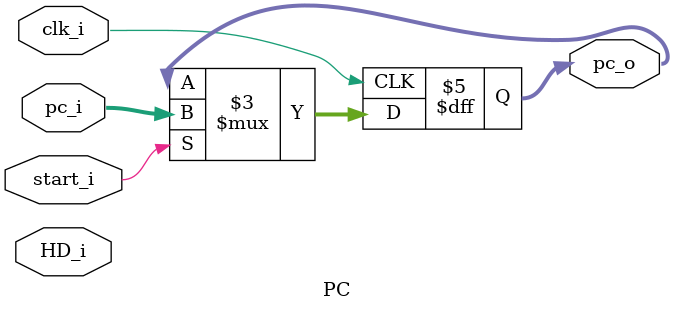
<source format=v>
module PC
(
    clk_i,
    start_i,
    HD_i,
    pc_i,
    pc_o
);

// Ports
input               clk_i;
input               start_i;
input               HD_i; // don't know what can do?
input   [31:0]      pc_i;
output  [31:0]      pc_o;

// Wires & Registers
reg     [31:0]      pc_o;


always@(posedge clk_i) begin
    if(start_i)
        pc_o <= pc_i;
    else
        pc_o <= pc_o;
end

endmodule

</source>
